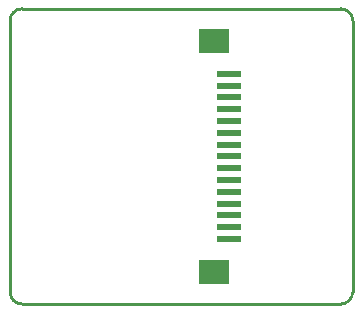
<source format=gbp>
G04 Layer_Color=128*
%FSLAX25Y25*%
%MOIN*%
G70*
G01*
G75*
%ADD11R,0.07874X0.02362*%
%ADD12R,0.10236X0.07874*%
%ADD16C,0.00965*%
%ADD17C,0.01000*%
D11*
X320866Y226378D02*
D03*
Y234252D02*
D03*
Y238189D02*
D03*
Y242126D02*
D03*
Y246063D02*
D03*
Y250000D02*
D03*
Y230315D02*
D03*
Y261811D02*
D03*
Y281496D02*
D03*
Y277559D02*
D03*
Y273622D02*
D03*
Y269685D02*
D03*
Y265748D02*
D03*
Y257874D02*
D03*
Y253937D02*
D03*
D12*
X316142Y292520D02*
D03*
Y215354D02*
D03*
D16*
X358268Y204724D02*
G03*
X362205Y208661I0J3937D01*
G01*
X248031D02*
G03*
X251969Y204724I3937J0D01*
G01*
X251969Y303150D02*
G03*
X248031Y299213I0J-3937D01*
G01*
X362205Y299213D02*
G03*
X358268Y303150I-3937J0D01*
G01*
D17*
X248031Y208661D02*
Y299213D01*
X251969Y303150D02*
X358268D01*
X251969Y204724D02*
X358268D01*
X362205Y208661D02*
Y299213D01*
M02*

</source>
